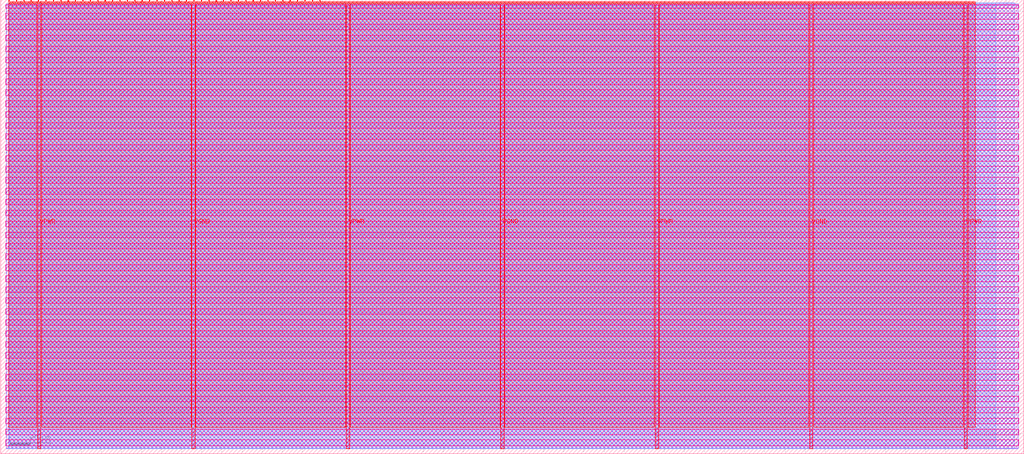
<source format=lef>
VERSION 5.7 ;
  NOWIREEXTENSIONATPIN ON ;
  DIVIDERCHAR "/" ;
  BUSBITCHARS "[]" ;
MACRO tt_um_kianv_bare_metal
  CLASS BLOCK ;
  FOREIGN tt_um_kianv_bare_metal ;
  ORIGIN 0.000 0.000 ;
  SIZE 508.760 BY 225.760 ;
  PIN VGND
    DIRECTION INOUT ;
    USE GROUND ;
    PORT
      LAYER met4 ;
        RECT 95.080 2.480 96.680 223.280 ;
    END
    PORT
      LAYER met4 ;
        RECT 248.680 2.480 250.280 223.280 ;
    END
    PORT
      LAYER met4 ;
        RECT 402.280 2.480 403.880 223.280 ;
    END
  END VGND
  PIN VPWR
    DIRECTION INOUT ;
    USE POWER ;
    PORT
      LAYER met4 ;
        RECT 18.280 2.480 19.880 223.280 ;
    END
    PORT
      LAYER met4 ;
        RECT 171.880 2.480 173.480 223.280 ;
    END
    PORT
      LAYER met4 ;
        RECT 325.480 2.480 327.080 223.280 ;
    END
    PORT
      LAYER met4 ;
        RECT 479.080 2.480 480.680 223.280 ;
    END
  END VPWR
  PIN clk
    DIRECTION INPUT ;
    USE SIGNAL ;
    ANTENNAGATEAREA 0.852000 ;
    PORT
      LAYER met4 ;
        RECT 154.870 224.760 155.170 225.760 ;
    END
  END clk
  PIN ena
    DIRECTION INPUT ;
    USE SIGNAL ;
    PORT
      LAYER met4 ;
        RECT 158.550 224.760 158.850 225.760 ;
    END
  END ena
  PIN rst_n
    DIRECTION INPUT ;
    USE SIGNAL ;
    ANTENNAGATEAREA 0.213000 ;
    PORT
      LAYER met4 ;
        RECT 151.190 224.760 151.490 225.760 ;
    END
  END rst_n
  PIN ui_in[0]
    DIRECTION INPUT ;
    USE SIGNAL ;
    PORT
      LAYER met4 ;
        RECT 147.510 224.760 147.810 225.760 ;
    END
  END ui_in[0]
  PIN ui_in[1]
    DIRECTION INPUT ;
    USE SIGNAL ;
    PORT
      LAYER met4 ;
        RECT 143.830 224.760 144.130 225.760 ;
    END
  END ui_in[1]
  PIN ui_in[2]
    DIRECTION INPUT ;
    USE SIGNAL ;
    ANTENNAGATEAREA 0.213000 ;
    PORT
      LAYER met4 ;
        RECT 140.150 224.760 140.450 225.760 ;
    END
  END ui_in[2]
  PIN ui_in[3]
    DIRECTION INPUT ;
    USE SIGNAL ;
    ANTENNAGATEAREA 0.213000 ;
    PORT
      LAYER met4 ;
        RECT 136.470 224.760 136.770 225.760 ;
    END
  END ui_in[3]
  PIN ui_in[4]
    DIRECTION INPUT ;
    USE SIGNAL ;
    PORT
      LAYER met4 ;
        RECT 132.790 224.760 133.090 225.760 ;
    END
  END ui_in[4]
  PIN ui_in[5]
    DIRECTION INPUT ;
    USE SIGNAL ;
    PORT
      LAYER met4 ;
        RECT 129.110 224.760 129.410 225.760 ;
    END
  END ui_in[5]
  PIN ui_in[6]
    DIRECTION INPUT ;
    USE SIGNAL ;
    PORT
      LAYER met4 ;
        RECT 125.430 224.760 125.730 225.760 ;
    END
  END ui_in[6]
  PIN ui_in[7]
    DIRECTION INPUT ;
    USE SIGNAL ;
    PORT
      LAYER met4 ;
        RECT 121.750 224.760 122.050 225.760 ;
    END
  END ui_in[7]
  PIN uio_in[0]
    DIRECTION INPUT ;
    USE SIGNAL ;
    PORT
      LAYER met4 ;
        RECT 118.070 224.760 118.370 225.760 ;
    END
  END uio_in[0]
  PIN uio_in[1]
    DIRECTION INPUT ;
    USE SIGNAL ;
    ANTENNAGATEAREA 0.213000 ;
    PORT
      LAYER met4 ;
        RECT 114.390 224.760 114.690 225.760 ;
    END
  END uio_in[1]
  PIN uio_in[2]
    DIRECTION INPUT ;
    USE SIGNAL ;
    ANTENNAGATEAREA 0.159000 ;
    PORT
      LAYER met4 ;
        RECT 110.710 224.760 111.010 225.760 ;
    END
  END uio_in[2]
  PIN uio_in[3]
    DIRECTION INPUT ;
    USE SIGNAL ;
    PORT
      LAYER met4 ;
        RECT 107.030 224.760 107.330 225.760 ;
    END
  END uio_in[3]
  PIN uio_in[4]
    DIRECTION INPUT ;
    USE SIGNAL ;
    ANTENNAGATEAREA 0.213000 ;
    PORT
      LAYER met4 ;
        RECT 103.350 224.760 103.650 225.760 ;
    END
  END uio_in[4]
  PIN uio_in[5]
    DIRECTION INPUT ;
    USE SIGNAL ;
    ANTENNAGATEAREA 0.213000 ;
    PORT
      LAYER met4 ;
        RECT 99.670 224.760 99.970 225.760 ;
    END
  END uio_in[5]
  PIN uio_in[6]
    DIRECTION INPUT ;
    USE SIGNAL ;
    PORT
      LAYER met4 ;
        RECT 95.990 224.760 96.290 225.760 ;
    END
  END uio_in[6]
  PIN uio_in[7]
    DIRECTION INPUT ;
    USE SIGNAL ;
    PORT
      LAYER met4 ;
        RECT 92.310 224.760 92.610 225.760 ;
    END
  END uio_in[7]
  PIN uio_oe[0]
    DIRECTION OUTPUT TRISTATE ;
    USE SIGNAL ;
    PORT
      LAYER met4 ;
        RECT 29.750 224.760 30.050 225.760 ;
    END
  END uio_oe[0]
  PIN uio_oe[1]
    DIRECTION OUTPUT TRISTATE ;
    USE SIGNAL ;
    ANTENNAGATEAREA 0.126000 ;
    ANTENNADIFFAREA 2.629800 ;
    PORT
      LAYER met4 ;
        RECT 26.070 224.760 26.370 225.760 ;
    END
  END uio_oe[1]
  PIN uio_oe[2]
    DIRECTION OUTPUT TRISTATE ;
    USE SIGNAL ;
    ANTENNADIFFAREA 0.795200 ;
    PORT
      LAYER met4 ;
        RECT 22.390 224.760 22.690 225.760 ;
    END
  END uio_oe[2]
  PIN uio_oe[3]
    DIRECTION OUTPUT TRISTATE ;
    USE SIGNAL ;
    PORT
      LAYER met4 ;
        RECT 18.710 224.760 19.010 225.760 ;
    END
  END uio_oe[3]
  PIN uio_oe[4]
    DIRECTION OUTPUT TRISTATE ;
    USE SIGNAL ;
    ANTENNADIFFAREA 0.795200 ;
    PORT
      LAYER met4 ;
        RECT 15.030 224.760 15.330 225.760 ;
    END
  END uio_oe[4]
  PIN uio_oe[5]
    DIRECTION OUTPUT TRISTATE ;
    USE SIGNAL ;
    ANTENNAGATEAREA 0.673500 ;
    ANTENNADIFFAREA 0.891000 ;
    PORT
      LAYER met4 ;
        RECT 11.350 224.760 11.650 225.760 ;
    END
  END uio_oe[5]
  PIN uio_oe[6]
    DIRECTION OUTPUT TRISTATE ;
    USE SIGNAL ;
    PORT
      LAYER met4 ;
        RECT 7.670 224.760 7.970 225.760 ;
    END
  END uio_oe[6]
  PIN uio_oe[7]
    DIRECTION OUTPUT TRISTATE ;
    USE SIGNAL ;
    PORT
      LAYER met4 ;
        RECT 3.990 224.760 4.290 225.760 ;
    END
  END uio_oe[7]
  PIN uio_out[0]
    DIRECTION OUTPUT TRISTATE ;
    USE SIGNAL ;
    ANTENNAGATEAREA 0.247500 ;
    ANTENNADIFFAREA 0.891000 ;
    PORT
      LAYER met4 ;
        RECT 59.190 224.760 59.490 225.760 ;
    END
  END uio_out[0]
  PIN uio_out[1]
    DIRECTION OUTPUT TRISTATE ;
    USE SIGNAL ;
    ANTENNADIFFAREA 0.795200 ;
    PORT
      LAYER met4 ;
        RECT 55.510 224.760 55.810 225.760 ;
    END
  END uio_out[1]
  PIN uio_out[2]
    DIRECTION OUTPUT TRISTATE ;
    USE SIGNAL ;
    ANTENNADIFFAREA 0.795200 ;
    PORT
      LAYER met4 ;
        RECT 51.830 224.760 52.130 225.760 ;
    END
  END uio_out[2]
  PIN uio_out[3]
    DIRECTION OUTPUT TRISTATE ;
    USE SIGNAL ;
    ANTENNADIFFAREA 0.891000 ;
    PORT
      LAYER met4 ;
        RECT 48.150 224.760 48.450 225.760 ;
    END
  END uio_out[3]
  PIN uio_out[4]
    DIRECTION OUTPUT TRISTATE ;
    USE SIGNAL ;
    ANTENNADIFFAREA 0.795200 ;
    PORT
      LAYER met4 ;
        RECT 44.470 224.760 44.770 225.760 ;
    END
  END uio_out[4]
  PIN uio_out[5]
    DIRECTION OUTPUT TRISTATE ;
    USE SIGNAL ;
    ANTENNADIFFAREA 0.795200 ;
    PORT
      LAYER met4 ;
        RECT 40.790 224.760 41.090 225.760 ;
    END
  END uio_out[5]
  PIN uio_out[6]
    DIRECTION OUTPUT TRISTATE ;
    USE SIGNAL ;
    ANTENNAGATEAREA 0.247500 ;
    ANTENNADIFFAREA 0.891000 ;
    PORT
      LAYER met4 ;
        RECT 37.110 224.760 37.410 225.760 ;
    END
  END uio_out[6]
  PIN uio_out[7]
    DIRECTION OUTPUT TRISTATE ;
    USE SIGNAL ;
    PORT
      LAYER met4 ;
        RECT 33.430 224.760 33.730 225.760 ;
    END
  END uio_out[7]
  PIN uo_out[0]
    DIRECTION OUTPUT TRISTATE ;
    USE SIGNAL ;
    ANTENNADIFFAREA 0.795200 ;
    PORT
      LAYER met4 ;
        RECT 88.630 224.760 88.930 225.760 ;
    END
  END uo_out[0]
  PIN uo_out[1]
    DIRECTION OUTPUT TRISTATE ;
    USE SIGNAL ;
    ANTENNADIFFAREA 1.590400 ;
    PORT
      LAYER met4 ;
        RECT 84.950 224.760 85.250 225.760 ;
    END
  END uo_out[1]
  PIN uo_out[2]
    DIRECTION OUTPUT TRISTATE ;
    USE SIGNAL ;
    ANTENNADIFFAREA 0.795200 ;
    PORT
      LAYER met4 ;
        RECT 81.270 224.760 81.570 225.760 ;
    END
  END uo_out[2]
  PIN uo_out[3]
    DIRECTION OUTPUT TRISTATE ;
    USE SIGNAL ;
    ANTENNADIFFAREA 0.795200 ;
    PORT
      LAYER met4 ;
        RECT 77.590 224.760 77.890 225.760 ;
    END
  END uo_out[3]
  PIN uo_out[4]
    DIRECTION OUTPUT TRISTATE ;
    USE SIGNAL ;
    ANTENNADIFFAREA 0.795200 ;
    PORT
      LAYER met4 ;
        RECT 73.910 224.760 74.210 225.760 ;
    END
  END uo_out[4]
  PIN uo_out[5]
    DIRECTION OUTPUT TRISTATE ;
    USE SIGNAL ;
    ANTENNADIFFAREA 0.891000 ;
    PORT
      LAYER met4 ;
        RECT 70.230 224.760 70.530 225.760 ;
    END
  END uo_out[5]
  PIN uo_out[6]
    DIRECTION OUTPUT TRISTATE ;
    USE SIGNAL ;
    ANTENNADIFFAREA 0.891000 ;
    PORT
      LAYER met4 ;
        RECT 66.550 224.760 66.850 225.760 ;
    END
  END uo_out[6]
  PIN uo_out[7]
    DIRECTION OUTPUT TRISTATE ;
    USE SIGNAL ;
    ANTENNADIFFAREA 0.891000 ;
    PORT
      LAYER met4 ;
        RECT 62.870 224.760 63.170 225.760 ;
    END
  END uo_out[7]
  OBS
      LAYER nwell ;
        RECT 2.570 221.625 506.190 223.230 ;
        RECT 2.570 216.185 506.190 219.015 ;
        RECT 2.570 210.745 506.190 213.575 ;
        RECT 2.570 205.305 506.190 208.135 ;
        RECT 2.570 199.865 506.190 202.695 ;
        RECT 2.570 194.425 506.190 197.255 ;
        RECT 2.570 188.985 506.190 191.815 ;
        RECT 2.570 183.545 506.190 186.375 ;
        RECT 2.570 178.105 506.190 180.935 ;
        RECT 2.570 172.665 506.190 175.495 ;
        RECT 2.570 167.225 506.190 170.055 ;
        RECT 2.570 161.785 506.190 164.615 ;
        RECT 2.570 156.345 506.190 159.175 ;
        RECT 2.570 150.905 506.190 153.735 ;
        RECT 2.570 145.465 506.190 148.295 ;
        RECT 2.570 140.025 506.190 142.855 ;
        RECT 2.570 134.585 506.190 137.415 ;
        RECT 2.570 129.145 506.190 131.975 ;
        RECT 2.570 123.705 506.190 126.535 ;
        RECT 2.570 118.265 506.190 121.095 ;
        RECT 2.570 112.825 506.190 115.655 ;
        RECT 2.570 107.385 506.190 110.215 ;
        RECT 2.570 101.945 506.190 104.775 ;
        RECT 2.570 96.505 506.190 99.335 ;
        RECT 2.570 91.065 506.190 93.895 ;
        RECT 2.570 85.625 506.190 88.455 ;
        RECT 2.570 80.185 506.190 83.015 ;
        RECT 2.570 74.745 506.190 77.575 ;
        RECT 2.570 69.305 506.190 72.135 ;
        RECT 2.570 63.865 506.190 66.695 ;
        RECT 2.570 58.425 506.190 61.255 ;
        RECT 2.570 52.985 506.190 55.815 ;
        RECT 2.570 47.545 506.190 50.375 ;
        RECT 2.570 42.105 506.190 44.935 ;
        RECT 2.570 36.665 506.190 39.495 ;
        RECT 2.570 31.225 506.190 34.055 ;
        RECT 2.570 25.785 506.190 28.615 ;
        RECT 2.570 20.345 506.190 23.175 ;
        RECT 2.570 14.905 506.190 17.735 ;
        RECT 2.570 9.465 506.190 12.295 ;
        RECT 2.570 4.025 506.190 6.855 ;
      LAYER li1 ;
        RECT 2.760 2.635 506.000 223.125 ;
      LAYER met1 ;
        RECT 2.760 2.480 506.000 223.680 ;
      LAYER met2 ;
        RECT 4.230 2.535 504.060 224.245 ;
      LAYER met3 ;
        RECT 3.950 2.555 494.895 224.225 ;
      LAYER met4 ;
        RECT 4.690 224.360 7.270 224.760 ;
        RECT 8.370 224.360 10.950 224.760 ;
        RECT 12.050 224.360 14.630 224.760 ;
        RECT 15.730 224.360 18.310 224.760 ;
        RECT 19.410 224.360 21.990 224.760 ;
        RECT 23.090 224.360 25.670 224.760 ;
        RECT 26.770 224.360 29.350 224.760 ;
        RECT 30.450 224.360 33.030 224.760 ;
        RECT 34.130 224.360 36.710 224.760 ;
        RECT 37.810 224.360 40.390 224.760 ;
        RECT 41.490 224.360 44.070 224.760 ;
        RECT 45.170 224.360 47.750 224.760 ;
        RECT 48.850 224.360 51.430 224.760 ;
        RECT 52.530 224.360 55.110 224.760 ;
        RECT 56.210 224.360 58.790 224.760 ;
        RECT 59.890 224.360 62.470 224.760 ;
        RECT 63.570 224.360 66.150 224.760 ;
        RECT 67.250 224.360 69.830 224.760 ;
        RECT 70.930 224.360 73.510 224.760 ;
        RECT 74.610 224.360 77.190 224.760 ;
        RECT 78.290 224.360 80.870 224.760 ;
        RECT 81.970 224.360 84.550 224.760 ;
        RECT 85.650 224.360 88.230 224.760 ;
        RECT 89.330 224.360 91.910 224.760 ;
        RECT 93.010 224.360 95.590 224.760 ;
        RECT 96.690 224.360 99.270 224.760 ;
        RECT 100.370 224.360 102.950 224.760 ;
        RECT 104.050 224.360 106.630 224.760 ;
        RECT 107.730 224.360 110.310 224.760 ;
        RECT 111.410 224.360 113.990 224.760 ;
        RECT 115.090 224.360 117.670 224.760 ;
        RECT 118.770 224.360 121.350 224.760 ;
        RECT 122.450 224.360 125.030 224.760 ;
        RECT 126.130 224.360 128.710 224.760 ;
        RECT 129.810 224.360 132.390 224.760 ;
        RECT 133.490 224.360 136.070 224.760 ;
        RECT 137.170 224.360 139.750 224.760 ;
        RECT 140.850 224.360 143.430 224.760 ;
        RECT 144.530 224.360 147.110 224.760 ;
        RECT 148.210 224.360 150.790 224.760 ;
        RECT 151.890 224.360 154.470 224.760 ;
        RECT 155.570 224.360 158.150 224.760 ;
        RECT 159.250 224.360 484.545 224.760 ;
        RECT 3.975 223.680 484.545 224.360 ;
        RECT 3.975 13.095 17.880 223.680 ;
        RECT 20.280 13.095 94.680 223.680 ;
        RECT 97.080 13.095 171.480 223.680 ;
        RECT 173.880 13.095 248.280 223.680 ;
        RECT 250.680 13.095 325.080 223.680 ;
        RECT 327.480 13.095 401.880 223.680 ;
        RECT 404.280 13.095 478.680 223.680 ;
        RECT 481.080 13.095 484.545 223.680 ;
  END
END tt_um_kianv_bare_metal
END LIBRARY


</source>
